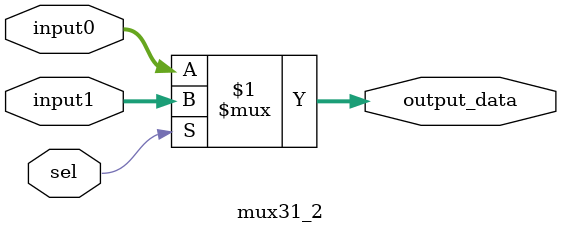
<source format=v>
`timescale 1ns / 1ps


module mux31_2(
  input [31:0] input0,input1,
         input sel,
         output [ 31:0] output_data);
  
    assign output_data = sel?input1:input0;
  
endmodule

</source>
